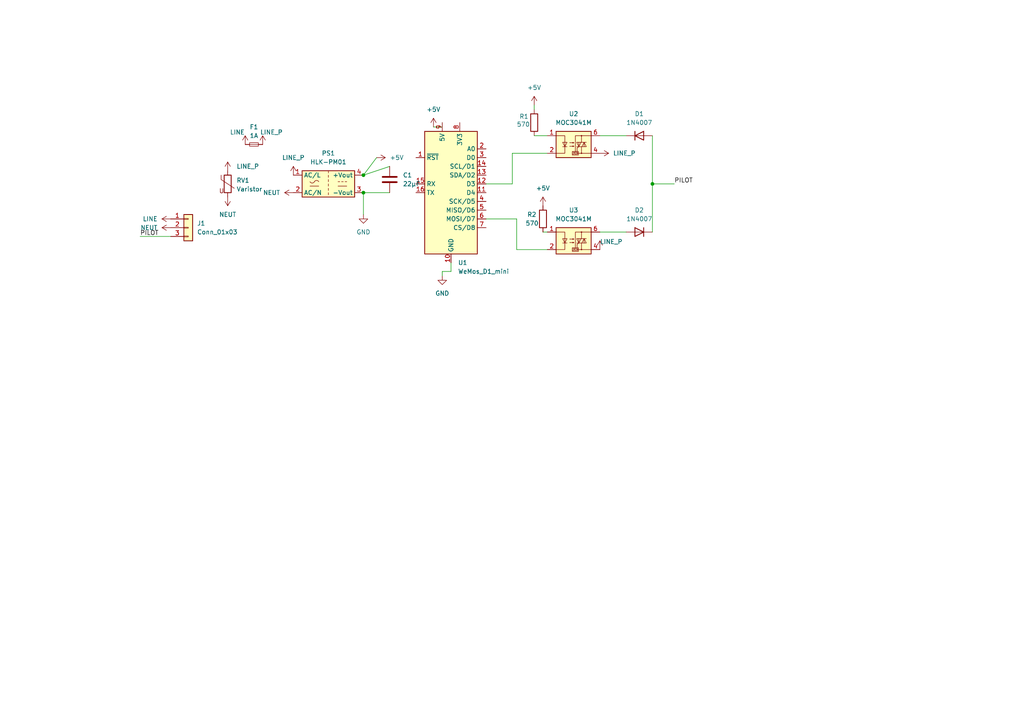
<source format=kicad_sch>
(kicad_sch (version 20250114) (generator "eeschema") (generator_version "9.0")
  (paper "A4")
  (lib_symbols
    (symbol "Connector_Generic:Conn_01x03" (pin_names (offset 1.016) (hide yes))
      (property "Reference" "J" (at 0 5.08 0))
      (property "Value" "Conn_01x03" (at 0 -5.08 0))
      (symbol "Conn_01x03_1_1"
        (rectangle (start -1.27 3.81) (end 1.27 -3.81) (stroke (width 0.254)) (fill (type background)))
        (rectangle (start -1.27 2.667) (end 0 2.413) (stroke (width 0.1524)))
        (rectangle (start -1.27 0.127) (end 0 -0.127) (stroke (width 0.1524)))
        (rectangle (start -1.27 -2.413) (end 0 -2.667) (stroke (width 0.1524)))
        (pin passive line (at -5.08 2.54 0) (length 3.81) (name "Pin_1") (number "1"))
        (pin passive line (at -5.08 0 0) (length 3.81) (name "Pin_2") (number "2"))
        (pin passive line (at -5.08 -2.54 0) (length 3.81) (name "Pin_3") (number "3"))
      )
    )
    (symbol "Converter_ACDC:HLK-PM01"
      (property "Reference" "PS" (at 0 5.08 0))
      (property "Value" "HLK-PM01" (at 0 -5.08 0))
      (symbol "HLK-PM01_0_1"
        (rectangle (start -7.62 3.81) (end 7.62 -3.81) (stroke (width 0.254)) (fill (type background)))
        (polyline (pts (xy -5.334 -0.635) (xy -2.794 -0.635)))
        (arc (start -4.064 0.635) (mid -4.699 0.2495) (end -5.334 0.635))
        (arc (start -4.064 0.635) (mid -3.429 1.0072) (end -2.794 0.635))
        (polyline (pts (xy 0 3.81) (xy 0 3.175)))
        (polyline (pts (xy 0 2.54) (xy 0 1.905)))
        (polyline (pts (xy 0 1.27) (xy 0 0.635)))
        (polyline (pts (xy 0 0) (xy 0 -0.635)))
        (polyline (pts (xy 0 -1.27) (xy 0 -1.905)))
        (polyline (pts (xy 0 -2.54) (xy 0 -3.175)))
        (polyline (pts (xy 2.794 0.635) (xy 3.302 0.635)))
        (polyline (pts (xy 2.794 -0.635) (xy 5.334 -0.635)))
        (polyline (pts (xy 3.81 0.635) (xy 4.318 0.635)))
        (polyline (pts (xy 4.826 0.635) (xy 5.334 0.635)))
      )
      (symbol "HLK-PM01_1_1"
        (pin power_in line (at -10.16 2.54 0) (length 2.54) (name "AC/L") (number "1"))
        (pin power_in line (at -10.16 -2.54 0) (length 2.54) (name "AC/N") (number "2"))
        (pin power_out line (at 10.16 2.54 180) (length 2.54) (name "+Vout") (number "4"))
        (pin power_out line (at 10.16 -2.54 180) (length 2.54) (name "-Vout") (number "3"))
      )
    )
    (symbol "Device:C" (pin_numbers (hide yes)) (pin_names (offset 0.254))
      (property "Reference" "C" (at 0.635 2.54 0))
      (property "Value" "C" (at 0.635 -2.54 0))
      (symbol "C_0_1"
        (polyline (pts (xy -2.032 0.762) (xy 2.032 0.762)) (stroke (width 0.508)))
        (polyline (pts (xy -2.032 -0.762) (xy 2.032 -0.762)) (stroke (width 0.508)))
      )
      (symbol "C_1_1"
        (pin passive line (at 0 3.81 270) (length 2.794) (name "~") (number "1"))
        (pin passive line (at 0 -3.81 90) (length 2.794) (name "~") (number "2"))
      )
    )
    (symbol "Device:Fuse_Small" (pin_numbers (hide yes)) (pin_names (offset 0.254) (hide yes))
      (property "Reference" "F" (at 0 -1.524 0))
      (property "Value" "Fuse_Small" (at 0 1.524 0))
      (symbol "Fuse_Small_0_1"
        (rectangle (start -1.27 0.508) (end 1.27 -0.508))
        (polyline (pts (xy -1.27 0) (xy 1.27 0)))
      )
      (symbol "Fuse_Small_1_1"
        (pin passive line (at -2.54 0 0) (length 1.27) (name "~") (number "1"))
        (pin passive line (at 2.54 0 180) (length 1.27) (name "~") (number "2"))
      )
    )
    (symbol "Device:R" (pin_numbers (hide yes)) (pin_names (offset 0))
      (property "Reference" "R" (at 2.032 0 90))
      (property "Value" "R" (at 0 0 90))
      (symbol "R_0_1"
        (rectangle (start -1.016 -2.54) (end 1.016 2.54) (stroke (width 0.254)))
      )
      (symbol "R_1_1"
        (pin passive line (at 0 3.81 270) (length 1.27) (name "~") (number "1"))
        (pin passive line (at 0 -3.81 90) (length 1.27) (name "~") (number "2"))
      )
    )
    (symbol "Device:Varistor" (pin_numbers (hide yes)) (pin_names (offset 0))
      (property "Reference" "RV" (at 3.175 0 90))
      (property "Value" "Varistor" (at -3.175 0 90))
      (symbol "Varistor_0_0"
        (text "U" (at -1.778 -2.032 0) (effects (font (size 1.27 1.27))))
      )
      (symbol "Varistor_0_1"
        (polyline (pts (xy -1.905 2.54) (xy -1.905 1.27) (xy 1.905 -1.27)))
        (rectangle (start -1.016 -2.54) (end 1.016 2.54) (stroke (width 0.254)))
      )
      (symbol "Varistor_1_1"
        (pin passive line (at 0 3.81 270) (length 1.27) (name "~") (number "1"))
        (pin passive line (at 0 -3.81 90) (length 1.27) (name "~") (number "2"))
      )
    )
    (symbol "Diode:1N4007" (pin_numbers (hide yes)) (pin_names (offset 1.016) (hide yes))
      (property "Reference" "D" (at 0 2.54 0))
      (property "Value" "1N4007" (at 0 -2.54 0))
      (symbol "1N4007_0_1"
        (polyline (pts (xy -1.27 1.27) (xy -1.27 -1.27)) (stroke (width 0.254)))
        (polyline (pts (xy 1.27 1.27) (xy 1.27 -1.27) (xy -1.27 0) (xy 1.27 1.27)) (stroke (width 0.254)))
        (polyline (pts (xy 1.27 0) (xy -1.27 0)))
      )
      (symbol "1N4007_1_1"
        (pin passive line (at -3.81 0 0) (length 2.54) (name "K") (number "1"))
        (pin passive line (at 3.81 0 180) (length 2.54) (name "A") (number "2"))
      )
    )
    (symbol "MCU_Module:WeMos_D1_mini"
      (property "Reference" "U" (at 3.81 19.05 0))
      (property "Value" "WeMos_D1_mini" (at 1.27 -19.05 0))
      (symbol "WeMos_D1_mini_1_1"
        (rectangle (start -7.62 17.78) (end 7.62 -17.78) (stroke (width 0.254)) (fill (type background)))
        (pin input line (at -10.16 10.16 0) (length 2.54) (name "~{RST}") (number "1"))
        (pin input line (at -10.16 2.54 0) (length 2.54) (name "RX") (number "15"))
        (pin output line (at -10.16 0 0) (length 2.54) (name "TX") (number "16"))
        (pin power_in line (at -2.54 20.32 270) (length 2.54) (name "5V") (number "9"))
        (pin power_in line (at 0 -20.32 90) (length 2.54) (name "GND") (number "10"))
        (pin power_out line (at 2.54 20.32 270) (length 2.54) (name "3V3") (number "8"))
        (pin input line (at 10.16 12.7 180) (length 2.54) (name "A0") (number "2"))
        (pin bidirectional line (at 10.16 10.16 180) (length 2.54) (name "D0") (number "3"))
        (pin bidirectional line (at 10.16 7.62 180) (length 2.54) (name "SCL/D1") (number "14"))
        (pin bidirectional line (at 10.16 5.08 180) (length 2.54) (name "SDA/D2") (number "13"))
        (pin bidirectional line (at 10.16 2.54 180) (length 2.54) (name "D3") (number "12"))
        (pin bidirectional line (at 10.16 0 180) (length 2.54) (name "D4") (number "11"))
        (pin bidirectional line (at 10.16 -2.54 180) (length 2.54) (name "SCK/D5") (number "4"))
        (pin bidirectional line (at 10.16 -5.08 180) (length 2.54) (name "MISO/D6") (number "5"))
        (pin bidirectional line (at 10.16 -7.62 180) (length 2.54) (name "MOSI/D7") (number "6"))
        (pin bidirectional line (at 10.16 -10.16 180) (length 2.54) (name "CS/D8") (number "7"))
      )
    )
    (symbol "Relay_SolidState:MOC3041M"
      (property "Reference" "U" (at -5.08 5.08 0))
      (property "Value" "MOC3041M" (at 0 5.08 0))
      (symbol "MOC3041M_0_0"
        (rectangle (start -0.381 -2.032) (end 1.397 -3.048))
        (polyline (pts (xy 1.524 -0.635) (xy 1.016 -1.016) (xy 1.016 -2.032)))
        (polyline (pts (xy 2.286 -2.54) (xy 1.397 -2.54)))
        (text "ZCD" (at 0.508 -2.54 0) (effects (font (size 0.508 0.508))))
      )
      (symbol "MOC3041M_0_1"
        (rectangle (start -5.08 3.81) (end 5.08 -3.81) (stroke (width 0.254)) (fill (type background)))
        (polyline (pts (xy -5.08 2.54) (xy -2.54 2.54) (xy -2.54 -2.54) (xy -5.08 -2.54)))
        (polyline (pts (xy -3.175 -0.635) (xy -1.905 -0.635)))
        (polyline (pts (xy -2.54 -0.635) (xy -3.175 0.635) (xy -1.905 0.635) (xy -2.54 -0.635)))
        (polyline (pts (xy -1.143 0.508) (xy 0.127 0.508) (xy -0.254 0.381) (xy -0.254 0.635) (xy 0.127 0.508)))
        (polyline (pts (xy -1.143 -0.508) (xy 0.127 -0.508) (xy -0.254 -0.635) (xy -0.254 -0.381) (xy 0.127 -0.508)))
        (polyline (pts (xy 0.889 -0.635) (xy 3.683 -0.635) (xy 3.048 0.635) (xy 2.413 -0.635)))
        (polyline (pts (xy 1.524 -0.635) (xy 1.524 0.635)))
        (polyline (pts (xy 2.286 2.54) (xy 0.508 2.54) (xy 0.508 -2.032)))
        (circle (center 2.286 2.54) (radius 0.127))
        (polyline (pts (xy 2.286 0.635) (xy 2.286 2.54) (xy 5.08 2.54)))
        (polyline (pts (xy 2.286 -0.635) (xy 2.286 -2.54) (xy 5.08 -2.54)))
        (circle (center 2.286 -2.54) (radius 0.127))
        (polyline (pts (xy 3.048 0.635) (xy 3.048 -0.635)))
        (polyline (pts (xy 3.683 0.635) (xy 0.889 0.635) (xy 1.524 -0.635) (xy 2.159 0.635)))
      )
      (symbol "MOC3041M_1_1"
        (pin passive line (at -7.62 2.54 0) (length 2.54) (name "~") (number "1"))
        (pin passive line (at -7.62 -2.54 0) (length 2.54) (name "~") (number "2"))
        (pin no_connect line (at -5.08 0 0) (length 2.54) (hide yes) (name "NC") (number "3"))
        (pin no_connect line (at 5.08 0 180) (length 2.54) (hide yes) (name "NC") (number "5"))
        (pin passive line (at 7.62 2.54 180) (length 2.54) (name "~") (number "6"))
        (pin passive line (at 7.62 -2.54 180) (length 2.54) (name "~") (number "4"))
      )
    )
    (symbol "power:+5V" (power) (pin_names (offset 0))
      (property "Value" "+5V" (at 0 3.556 0))
      (symbol "+5V_0_1"
        (polyline (pts (xy -0.762 1.27) (xy 0 2.54)))
        (polyline (pts (xy 0 2.54) (xy 0.762 1.27)))
        (polyline (pts (xy 0 0) (xy 0 2.54)))
      )
      (symbol "+5V_1_1"
        (pin power_in line (at 0 0 90) (length 0) (hide yes) (name "+5V") (number "1"))
      )
    )
    (symbol "power:GND" (power) (pin_names (offset 0))
      (property "Value" "GND" (at 0 -3.81 0))
      (symbol "GND_0_1"
        (polyline (pts (xy 0 0) (xy 0 -1.27) (xy 1.27 -1.27) (xy 0 -2.54) (xy -1.27 -1.27) (xy 0 -1.27)))
      )
      (symbol "GND_1_1"
        (pin power_in line (at 0 0 270) (length 0) (hide yes) (name "GND") (number "1"))
      )
    )
    (symbol "power:LINE" (power) (pin_names (offset 0))
      (property "Value" "LINE" (at 0 3.81 0))
      (symbol "LINE_0_1"
        (polyline (pts (xy -0.762 1.27) (xy 0 2.54)))
        (polyline (pts (xy 0 2.54) (xy 0.762 1.27)))
        (polyline (pts (xy 0 0) (xy 0 2.54)))
      )
      (symbol "LINE_1_1"
        (pin power_in line (at 0 0 90) (length 0) (hide yes) (name "LINE") (number "1"))
      )
    )
    (symbol "power:NEUT" (power) (pin_names (offset 0))
      (property "Value" "NEUT" (at 0 3.81 0))
      (symbol "NEUT_0_1"
        (polyline (pts (xy -0.762 1.27) (xy 0 2.54)))
        (polyline (pts (xy 0 2.54) (xy 0.762 1.27)))
        (polyline (pts (xy 0 0) (xy 0 2.54)))
      )
      (symbol "NEUT_1_1"
        (pin power_in line (at 0 0 90) (length 0) (hide yes) (name "NEUT") (number "1"))
      )
    )
  )
  (junction (at 105.41 50.8))
  (junction (at 105.41 55.88))
  (junction (at 189.23 53.34))
  (wire (pts (xy 130.81 76.2) (xy 130.81 78.74)))
  (wire (pts (xy 128.27 78.74) (xy 128.27 80.01)))
  (wire (pts (xy 130.81 78.74) (xy 128.27 78.74)))
  (wire (pts (xy 109.22 45.72) (xy 105.41 50.8)))
  (wire (pts (xy 128.27 36.83) (xy 125.73 36.83)))
  (wire (pts (xy 154.94 30.48) (xy 154.94 31.75)))
  (wire (pts (xy 157.48 67.31) (xy 158.75 67.31)))
  (wire (pts (xy 148.59 53.34) (xy 148.59 44.45)))
  (wire (pts (xy 154.94 39.37) (xy 158.75 39.37)))
  (wire (pts (xy 128.27 35.56) (xy 128.27 36.83)))
  (wire (pts (xy 189.23 53.34) (xy 189.23 67.31)))
  (wire (pts (xy 189.23 39.37) (xy 189.23 53.34)))
  (wire (pts (xy 105.41 62.23) (xy 105.41 55.88)))
  (wire (pts (xy 140.97 53.34) (xy 148.59 53.34)))
  (wire (pts (xy 149.86 72.39) (xy 158.75 72.39)))
  (wire (pts (xy 105.41 55.88) (xy 113.03 55.88)))
  (wire (pts (xy 149.86 63.5) (xy 149.86 72.39)))
  (wire (pts (xy 140.97 63.5) (xy 149.86 63.5)))
  (wire (pts (xy 189.23 53.34) (xy 195.58 53.34)))
  (wire (pts (xy 105.41 50.8) (xy 113.03 48.26)))
  (wire (pts (xy 173.99 39.37) (xy 181.61 39.37)))
  (wire (pts (xy 148.59 44.45) (xy 158.75 44.45)))
  (wire (pts (xy 173.99 67.31) (xy 181.61 67.31)))
  (wire (pts (xy 40.64 68.58) (xy 49.53 68.58)))
  (label "PILOT" (at 40.64 68.58 0))
  (label "PILOT" (at 195.58 53.34 0))
  (symbol (lib_id "power:+5V") (at 154.94 30.48 0) (unit 1)
    (property "Reference" "#PWR0110" (effects (hide yes)))
    (property "Value" "+5V" (at 154.94 25.4 0))
  )
  (symbol (lib_id "Converter_ACDC:HLK-PM01") (at 95.25 53.34 0) (unit 1)
    (property "Reference" "PS1" (at 95.25 44.45 0))
    (property "Value" "HLK-PM01" (at 95.25 46.99 0))
    (property "Footprint" "Converter_ACDC:Converter_ACDC_HiLink_HLK-PMxx" (effects (hide yes)))
    (property "Datasheet" "http://www.hlktech.net/product_detail.php?ProId=54" (effects (hide yes)))
  )
  (symbol (lib_id "Relay_SolidState:MOC3041M") (at 166.37 41.91 0) (unit 1)
    (property "Reference" "U2" (at 166.37 33.02 0))
    (property "Value" "MOC3041M" (at 166.37 35.56 0))
    (property "Footprint" "MaxPilot:MOC3041M_DIP6_W7.62mm_NC5" (effects (hide yes)))
    (property "Datasheet" "https://www.onsemi.com/pub/Collateral/MOC3043M-D.pdf" (effects (hide yes)))
  )
  (symbol (lib_id "Device:C") (at 113.03 52.07 0) (unit 1)
    (property "Reference" "C1" (at 116.84 50.7999 0) (effects (justify left)))
    (property "Value" "22µF" (at 116.84 53.3399 0) (effects (justify left)))
    (property "Footprint" "Capacitor_THT:C_Disc_D8.0mm_W2.5mm_P5.00mm" (effects (hide yes)))
  )
  (symbol (lib_id "Relay_SolidState:MOC3041M") (at 166.37 69.85 0) (unit 1)
    (property "Reference" "U3" (at 166.37 60.96 0))
    (property "Value" "MOC3041M" (at 166.37 63.5 0))
    (property "Footprint" "MaxPilot:MOC3041M_DIP6_W7.62mm_NC5" (effects (hide yes)))
    (property "Datasheet" "https://www.onsemi.com/pub/Collateral/MOC3043M-D.pdf" (effects (hide yes)))
  )
  (symbol (lib_id "power:LINE") (at 173.99 44.45 270) (unit 1)
    (property "Reference" "#PWR0113" (effects (hide yes)))
    (property "Value" "LINE_P" (at 177.8 44.4499 90) (effects (justify left)))
  )
  (symbol (lib_id "power:+5V") (at 157.48 59.69 0) (unit 1)
    (property "Reference" "#PWR0112" (effects (hide yes)))
    (property "Value" "+5V" (at 157.48 54.61 0))
  )
  (symbol (lib_id "power:LINE") (at 85.09 50.8 0) (unit 1)
    (property "Reference" "#PWR0115" (effects (hide yes)))
    (property "Value" "LINE_P" (at 85.09 45.72 0))
  )
  (symbol (lib_id "Diode:1N4007") (at 185.42 67.31 0) (mirror y) (unit 1)
    (property "Reference" "D2" (at 185.42 60.96 0))
    (property "Value" "1N4007" (at 185.42 63.5 0))
    (property "Footprint" "Diode_THT:D_DO-41_SOD81_P10.16mm_Horizontal" (effects (hide yes)))
    (property "Datasheet" "http://www.vishay.com/docs/88503/1n4001.pdf" (effects (hide yes)))
  )
  (symbol (lib_id "power:LINE") (at 66.04 49.53 0) (unit 1)
    (property "Reference" "#PWR0116" (effects (hide yes)))
    (property "Value" "LINE_P" (at 68.58 48.2599 0) (effects (justify left)))
  )
  (symbol (lib_id "power:GND") (at 105.41 62.23 0) (unit 1)
    (property "Reference" "#PWR0107" (effects (hide yes)))
    (property "Value" "GND" (at 105.41 67.31 0))
  )
  (symbol (lib_id "Device:Varistor") (at 66.04 53.34 0) (unit 1)
    (property "Reference" "RV1" (at 68.58 52.3231 0) (effects (justify left)))
    (property "Value" "Varistor" (at 68.58 54.8631 0) (effects (justify left)))
    (property "Footprint" "Varistor:RV_Disc_D12mm_W4.5mm_P7.5mm" (effects (hide yes)))
  )
  (symbol (lib_id "MCU_Module:WeMos_D1_mini") (at 130.81 55.88 0) (unit 1)
    (property "Reference" "U1" (at 132.8294 76.2 0) (effects (justify left)))
    (property "Value" "WeMos_D1_mini" (at 132.8294 78.74 0) (effects (justify left)))
    (property "Footprint" "Module:WEMOS_D1_mini_light" (effects (hide yes)))
    (property "Datasheet" "https://wiki.wemos.cc/products:d1:d1_mini#documentation" (effects (hide yes)))
  )
  (symbol (lib_id "power:+5V") (at 125.73 36.83 0) (unit 1)
    (property "Reference" "#PWR0109" (effects (hide yes)))
    (property "Value" "+5V" (at 125.73 31.75 0))
  )
  (symbol (lib_id "Device:R") (at 157.48 63.5 0) (unit 1)
    (property "Reference" "R2" (at 152.908 62.23 0) (effects (justify left)))
    (property "Value" "570" (at 152.4 64.77 0) (effects (justify left)))
    (property "Footprint" "Resistor_THT:R_Axial_DIN0207_L6.3mm_D2.5mm_P10.16mm_Horizontal" (effects (hide yes)))
  )
  (symbol (lib_id "power:LINE") (at 49.53 63.5 90) (unit 1)
    (property "Reference" "#PWR0101" (effects (hide yes)))
    (property "Value" "LINE" (at 45.72 63.4999 90) (effects (justify left)))
  )
  (symbol (lib_id "power:LINE") (at 76.2 41.91 0) (unit 1)
    (property "Reference" "#PWR0105" (effects (hide yes)))
    (property "Value" "LINE_P" (at 78.74 38.354 0))
  )
  (symbol (lib_id "power:LINE") (at 71.12 41.91 0) (unit 1)
    (property "Reference" "#PWR0106" (effects (hide yes)))
    (property "Value" "LINE" (at 68.834 38.354 0))
  )
  (symbol (lib_id "power:GND") (at 128.27 80.01 0) (unit 1)
    (property "Reference" "#PWR0111" (effects (hide yes)))
    (property "Value" "GND" (at 128.27 85.09 0))
  )
  (symbol (lib_id "Device:Fuse_Small") (at 73.66 41.91 0) (unit 1)
    (property "Reference" "F1" (at 73.66 36.83 0))
    (property "Value" "1A" (at 73.66 39.37 0))
    (property "Footprint" "Resistor_THT:R_Axial_DIN0411_L9.9mm_D3.6mm_P15.24mm_Horizontal" (effects (hide yes)))
  )
  (symbol (lib_id "power:LINE") (at 173.99 72.39 0) (unit 1)
    (property "Reference" "#PWR0114" (effects (hide yes)))
    (property "Value" "LINE_P" (at 177.292 70.104 0))
  )
  (symbol (lib_id "Device:R") (at 154.94 35.56 0) (unit 1)
    (property "Reference" "R1" (at 150.622 33.782 0) (effects (justify left)))
    (property "Value" "570" (at 149.86 36.068 0) (effects (justify left)))
    (property "Footprint" "Resistor_THT:R_Axial_DIN0207_L6.3mm_D2.5mm_P10.16mm_Horizontal" (effects (hide yes)))
  )
  (symbol (lib_id "power:NEUT") (at 85.09 55.88 90) (unit 1)
    (property "Reference" "#PWR0104" (effects (hide yes)))
    (property "Value" "NEUT" (at 81.28 55.8799 90) (effects (justify left)))
  )
  (symbol (lib_id "Diode:1N4007") (at 185.42 39.37 0) (unit 1)
    (property "Reference" "D1" (at 185.42 33.02 0))
    (property "Value" "1N4007" (at 185.42 35.56 0))
    (property "Footprint" "Diode_THT:D_DO-41_SOD81_P10.16mm_Horizontal" (effects (hide yes)))
    (property "Datasheet" "http://www.vishay.com/docs/88503/1n4001.pdf" (effects (hide yes)))
  )
  (symbol (lib_id "power:+5V") (at 109.22 45.72 270) (unit 1)
    (property "Reference" "#PWR0108" (effects (hide yes)))
    (property "Value" "+5V" (at 113.03 45.7199 90) (effects (justify left)))
  )
  (symbol (lib_id "power:NEUT") (at 49.53 66.04 90) (unit 1)
    (property "Reference" "#PWR0103" (effects (hide yes)))
    (property "Value" "NEUT" (at 45.72 66.0399 90) (effects (justify left)))
  )
  (symbol (lib_id "power:NEUT") (at 66.04 57.15 0) (mirror x) (unit 1)
    (property "Reference" "#PWR0102" (effects (hide yes)))
    (property "Value" "NEUT" (at 66.04 62.23 0))
  )
  (symbol (lib_id "Connector_Generic:Conn_01x03") (at 54.61 66.04 0) (unit 1)
    (property "Reference" "J1" (at 57.15 64.7699 0) (effects (justify left)))
    (property "Value" "Conn_01x03" (at 57.15 67.3099 0) (effects (justify left)))
    (property "Footprint" "MaxPilot:TerminalBlock_Generic_1x03_P7.62mm_Horizontal" (effects (hide yes)))
  )
)
</source>
